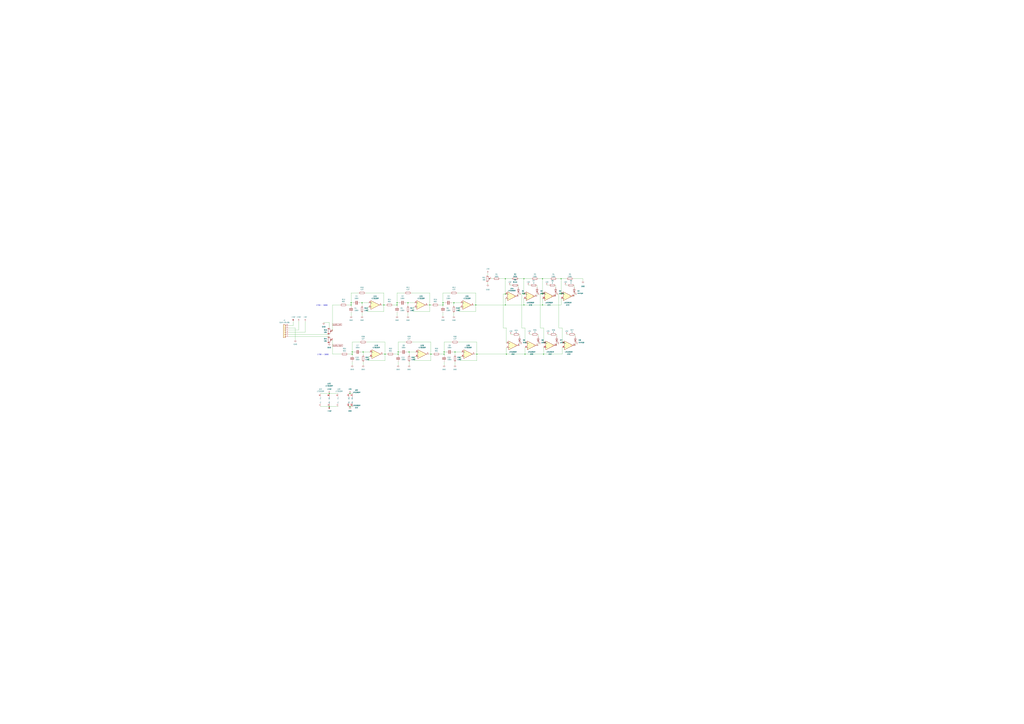
<source format=kicad_sch>
(kicad_sch (version 20211123) (generator eeschema)
  (paper "A0")
  (lib_symbols
    (symbol "Amplifier_Operational:LM358" (pin_names (offset 0.127))
      (property "Reference" "U" (at 0 5.08 0))
      (property "Value" "LM358" (at 0 -5.08 0))
      (symbol "LM358_1_1"
        (polyline (pts (xy -5.08 5.08) (xy 5.08 0) (xy -5.08 -5.08) (xy -5.08 5.08)) (stroke (width 0.254)) (fill (type background)))
        (pin output line (at 7.62 0 180) (length 2.54) (name "~") (number "1"))
        (pin input line (at -7.62 -2.54 0) (length 2.54) (name "-") (number "2"))
        (pin input line (at -7.62 2.54 0) (length 2.54) (name "+") (number "3"))
      )
      (symbol "LM358_2_1"
        (polyline (pts (xy -5.08 5.08) (xy 5.08 0) (xy -5.08 -5.08) (xy -5.08 5.08)) (stroke (width 0.254)) (fill (type background)))
        (pin input line (at -7.62 2.54 0) (length 2.54) (name "+") (number "5"))
        (pin input line (at -7.62 -2.54 0) (length 2.54) (name "-") (number "6"))
        (pin output line (at 7.62 0 180) (length 2.54) (name "~") (number "7"))
      )
      (symbol "LM358_3_1"
        (pin power_in line (at -2.54 -7.62 90) (length 3.81) (name "V-") (number "4"))
        (pin power_in line (at -2.54 7.62 270) (length 3.81) (name "V+") (number "8"))
      )
    )
    (symbol "Comparator:LM339" (pin_names (offset 0.127))
      (property "Reference" "U" (at 0 5.08 0))
      (property "Value" "LM339" (at 0 -5.08 0))
      (symbol "LM339_1_1"
        (polyline (pts (xy -5.08 5.08) (xy 5.08 0) (xy -5.08 -5.08) (xy -5.08 5.08)) (stroke (width 0.254)) (fill (type background)))
        (polyline (pts (xy 3.302 -0.508) (xy 2.794 -0.508) (xy 3.302 0) (xy 2.794 0.508) (xy 2.286 0) (xy 2.794 -0.508) (xy 2.286 -0.508)) (stroke (width 0.127)))
        (pin open_collector line (at 7.62 0 180) (length 2.54) (name "~") (number "2"))
        (pin input line (at -7.62 -2.54 0) (length 2.54) (name "-") (number "4"))
        (pin input line (at -7.62 2.54 0) (length 2.54) (name "+") (number "5"))
      )
      (symbol "LM339_2_1"
        (polyline (pts (xy -5.08 5.08) (xy 5.08 0) (xy -5.08 -5.08) (xy -5.08 5.08)) (stroke (width 0.254)) (fill (type background)))
        (polyline (pts (xy 3.302 -0.508) (xy 2.794 -0.508) (xy 3.302 0) (xy 2.794 0.508) (xy 2.286 0) (xy 2.794 -0.508) (xy 2.286 -0.508)) (stroke (width 0.127)))
        (pin open_collector line (at 7.62 0 180) (length 2.54) (name "~") (number "1"))
        (pin input line (at -7.62 -2.54 0) (length 2.54) (name "-") (number "6"))
        (pin input line (at -7.62 2.54 0) (length 2.54) (name "+") (number "7"))
      )
      (symbol "LM339_3_1"
        (polyline (pts (xy -5.08 5.08) (xy 5.08 0) (xy -5.08 -5.08) (xy -5.08 5.08)) (stroke (width 0.254)) (fill (type background)))
        (polyline (pts (xy 3.302 -0.508) (xy 2.794 -0.508) (xy 3.302 0) (xy 2.794 0.508) (xy 2.286 0) (xy 2.794 -0.508) (xy 2.286 -0.508)) (stroke (width 0.127)))
        (pin input line (at -7.62 -2.54 0) (length 2.54) (name "-") (number "10"))
        (pin input line (at -7.62 2.54 0) (length 2.54) (name "+") (number "11"))
        (pin open_collector line (at 7.62 0 180) (length 2.54) (name "~") (number "13"))
      )
      (symbol "LM339_4_1"
        (polyline (pts (xy -5.08 5.08) (xy 5.08 0) (xy -5.08 -5.08) (xy -5.08 5.08)) (stroke (width 0.254)) (fill (type background)))
        (polyline (pts (xy 3.302 -0.508) (xy 2.794 -0.508) (xy 3.302 0) (xy 2.794 0.508) (xy 2.286 0) (xy 2.794 -0.508) (xy 2.286 -0.508)) (stroke (width 0.127)))
        (pin open_collector line (at 7.62 0 180) (length 2.54) (name "~") (number "14"))
        (pin input line (at -7.62 -2.54 0) (length 2.54) (name "-") (number "8"))
        (pin input line (at -7.62 2.54 0) (length 2.54) (name "+") (number "9"))
      )
      (symbol "LM339_5_1"
        (pin power_in line (at -2.54 -7.62 90) (length 3.81) (name "V-") (number "12"))
        (pin power_in line (at -2.54 7.62 270) (length 3.81) (name "V+") (number "3"))
      )
    )
    (symbol "Connector_Generic:Conn_01x06" (pin_names (offset 1.016) hide)
      (property "Reference" "J" (at 0 7.62 0))
      (property "Value" "Conn_01x06" (at 0 -10.16 0))
      (symbol "Conn_01x06_1_1"
        (rectangle (start -1.27 -7.493) (end 0 -7.747) (stroke (width 0.1524)))
        (rectangle (start -1.27 -4.953) (end 0 -5.207) (stroke (width 0.1524)))
        (rectangle (start -1.27 -2.413) (end 0 -2.667) (stroke (width 0.1524)))
        (rectangle (start -1.27 0.127) (end 0 -0.127) (stroke (width 0.1524)))
        (rectangle (start -1.27 2.667) (end 0 2.413) (stroke (width 0.1524)))
        (rectangle (start -1.27 5.207) (end 0 4.953) (stroke (width 0.1524)))
        (rectangle (start -1.27 6.35) (end 1.27 -8.89) (stroke (width 0.254)) (fill (type background)))
        (pin passive line (at -5.08 5.08 0) (length 3.81) (name "Pin_1") (number "1"))
        (pin passive line (at -5.08 2.54 0) (length 3.81) (name "Pin_2") (number "2"))
        (pin passive line (at -5.08 0 0) (length 3.81) (name "Pin_3") (number "3"))
        (pin passive line (at -5.08 -2.54 0) (length 3.81) (name "Pin_4") (number "4"))
        (pin passive line (at -5.08 -5.08 0) (length 3.81) (name "Pin_5") (number "5"))
        (pin passive line (at -5.08 -7.62 0) (length 3.81) (name "Pin_6") (number "6"))
      )
    )
    (symbol "Device:C" (pin_numbers hide) (pin_names (offset 0.254))
      (property "Reference" "C" (at 0.635 2.54 0))
      (property "Value" "C" (at 0.635 -2.54 0))
      (symbol "C_0_1"
        (polyline (pts (xy -2.032 -0.762) (xy 2.032 -0.762)) (stroke (width 0.508)))
        (polyline (pts (xy -2.032 0.762) (xy 2.032 0.762)) (stroke (width 0.508)))
      )
      (symbol "C_1_1"
        (pin passive line (at 0 3.81 270) (length 2.794) (name "~") (number "1"))
        (pin passive line (at 0 -3.81 90) (length 2.794) (name "~") (number "2"))
      )
    )
    (symbol "Device:LED" (pin_numbers hide) (pin_names (offset 1.016) hide)
      (property "Reference" "D" (at 0 2.54 0))
      (property "Value" "LED" (at 0 -2.54 0))
      (symbol "LED_0_1"
        (polyline (pts (xy -1.27 -1.27) (xy -1.27 1.27)) (stroke (width 0.254)))
        (polyline (pts (xy -1.27 0) (xy 1.27 0)))
        (polyline (pts (xy 1.27 -1.27) (xy 1.27 1.27) (xy -1.27 0) (xy 1.27 -1.27)) (stroke (width 0.254)))
        (polyline (pts (xy -3.048 -0.762) (xy -4.572 -2.286) (xy -3.81 -2.286) (xy -4.572 -2.286) (xy -4.572 -1.524)))
        (polyline (pts (xy -1.778 -0.762) (xy -3.302 -2.286) (xy -2.54 -2.286) (xy -3.302 -2.286) (xy -3.302 -1.524)))
      )
      (symbol "LED_1_1"
        (pin passive line (at -3.81 0 0) (length 2.54) (name "K") (number "1"))
        (pin passive line (at 3.81 0 180) (length 2.54) (name "A") (number "2"))
      )
    )
    (symbol "Device:R" (pin_numbers hide) (pin_names (offset 0))
      (property "Reference" "R" (at 2.032 0 90))
      (property "Value" "R" (at 0 0 90))
      (symbol "R_0_1"
        (rectangle (start -1.016 -2.54) (end 1.016 2.54) (stroke (width 0.254)))
      )
      (symbol "R_1_1"
        (pin passive line (at 0 3.81 270) (length 1.27) (name "~") (number "1"))
        (pin passive line (at 0 -3.81 90) (length 1.27) (name "~") (number "2"))
      )
    )
    (symbol "Device:R_Potentiometer" (pin_names (offset 1.016) hide)
      (property "Reference" "RV" (at -4.445 0 90))
      (property "Value" "R_Potentiometer" (at -2.54 0 90))
      (symbol "R_Potentiometer_0_1"
        (polyline (pts (xy 2.54 0) (xy 1.524 0)))
        (polyline (pts (xy 1.143 0) (xy 2.286 0.508) (xy 2.286 -0.508) (xy 1.143 0)) (fill (type outline)))
        (rectangle (start 1.016 2.54) (end -1.016 -2.54) (stroke (width 0.254)))
      )
      (symbol "R_Potentiometer_1_1"
        (pin passive line (at 0 3.81 270) (length 1.27) (name "1") (number "1"))
        (pin passive line (at 3.81 0 180) (length 1.27) (name "2") (number "2"))
        (pin passive line (at 0 -3.81 90) (length 1.27) (name "3") (number "3"))
      )
    )
    (symbol "power:+15V" (power) (pin_names (offset 0))
      (property "Value" "+15V" (at 0 3.556 0))
      (symbol "+15V_0_1"
        (polyline (pts (xy -0.762 1.27) (xy 0 2.54)))
        (polyline (pts (xy 0 0) (xy 0 2.54)))
        (polyline (pts (xy 0 2.54) (xy 0.762 1.27)))
      )
      (symbol "+15V_1_1"
        (pin power_in line (at 0 0 90) (length 0) hide (name "+15V") (number "1"))
      )
    )
    (symbol "power:+5V" (power) (pin_names (offset 0))
      (property "Value" "+5V" (at 0 3.556 0))
      (symbol "+5V_0_1"
        (polyline (pts (xy -0.762 1.27) (xy 0 2.54)))
        (polyline (pts (xy 0 0) (xy 0 2.54)))
        (polyline (pts (xy 0 2.54) (xy 0.762 1.27)))
      )
      (symbol "+5V_1_1"
        (pin power_in line (at 0 0 90) (length 0) hide (name "+5V") (number "1"))
      )
    )
    (symbol "power:-15V" (power) (pin_names (offset 0))
      (property "Value" "-15V" (at 0 3.81 0))
      (symbol "-15V_0_0"
        (pin power_in line (at 0 0 90) (length 0) hide (name "-15V") (number "1"))
      )
      (symbol "-15V_0_1"
        (polyline (pts (xy 0 0) (xy 0 1.27) (xy 0.762 1.27) (xy 0 2.54) (xy -0.762 1.27) (xy 0 1.27)) (fill (type outline)))
      )
    )
    (symbol "power:GND" (power) (pin_names (offset 0))
      (property "Value" "GND" (at 0 -3.81 0))
      (symbol "GND_0_1"
        (polyline (pts (xy 0 0) (xy 0 -1.27) (xy 1.27 -1.27) (xy 0 -2.54) (xy -1.27 -1.27) (xy 0 -1.27)))
      )
      (symbol "GND_1_1"
        (pin power_in line (at 0 0 270) (length 0) hide (name "GND") (number "1"))
      )
    )
  )
  (junction (at 514.35 351.79))
  (junction (at 407.67 354.33))
  (junction (at 462.28 408.94))
  (junction (at 629.92 323.85))
  (junction (at 461.01 351.79))
  (junction (at 527.05 351.79))
  (junction (at 608.33 323.85))
  (junction (at 445.77 354.33))
  (junction (at 499.11 354.33))
  (junction (at 552.45 354.33))
  (junction (at 608.33 341.63))
  (junction (at 474.98 408.94))
  (junction (at 515.62 408.94))
  (junction (at 629.92 341.63))
  (junction (at 406.4 472.44))
  (junction (at 629.92 354.33))
  (junction (at 406.4 457.2))
  (junction (at 588.01 411.48))
  (junction (at 382.27 472.44))
  (junction (at 631.19 411.48))
  (junction (at 528.32 408.94))
  (junction (at 447.04 411.48))
  (junction (at 461.01 354.33))
  (junction (at 462.28 411.48))
  (junction (at 609.6 411.48))
  (junction (at 586.74 354.33))
  (junction (at 500.38 411.48))
  (junction (at 382.27 457.2))
  (junction (at 408.94 411.48))
  (junction (at 408.94 408.94))
  (junction (at 608.33 354.33))
  (junction (at 651.51 341.63))
  (junction (at 515.62 411.48))
  (junction (at 407.67 351.79))
  (junction (at 586.74 341.63))
  (junction (at 586.74 323.85))
  (junction (at 420.37 351.79))
  (junction (at 651.51 323.85))
  (junction (at 514.35 354.33))
  (junction (at 553.72 411.48))
  (junction (at 473.71 351.79))
  (junction (at 421.64 408.94))
  (wire (pts (xy 462.28 408.94) (xy 462.28 411.48)))
  (wire (pts (xy 461.01 351.79) (xy 461.01 340.36)))
  (wire (pts (xy 407.67 363.22) (xy 407.67 367.03)))
  (wire (pts (xy 474.98 408.94) (xy 474.98 412.75)))
  (wire (pts (xy 534.67 419.1) (xy 553.72 419.1)))
  (wire (pts (xy 500.38 411.48) (xy 502.92 411.48)))
  (wire (pts (xy 651.51 323.85) (xy 657.86 323.85)))
  (wire (pts (xy 340.36 373.38) (xy 340.36 378.46)))
  (wire (pts (xy 530.86 340.36) (xy 552.45 340.36)))
  (wire (pts (xy 631.19 411.48) (xy 631.19 403.86)))
  (wire (pts (xy 481.33 414.02) (xy 481.33 419.1)))
  (wire (pts (xy 586.74 323.85) (xy 586.74 341.63)))
  (wire (pts (xy 631.19 411.48) (xy 652.78 411.48)))
  (wire (pts (xy 551.18 411.48) (xy 553.72 411.48)))
  (wire (pts (xy 462.28 411.48) (xy 462.28 412.75)))
  (wire (pts (xy 408.94 411.48) (xy 408.94 412.75)))
  (wire (pts (xy 627.38 341.63) (xy 627.38 381)))
  (wire (pts (xy 601.98 331.47) (xy 601.98 334.01)))
  (wire (pts (xy 474.98 420.37) (xy 474.98 424.18)))
  (wire (pts (xy 515.62 408.94) (xy 518.16 408.94)))
  (wire (pts (xy 444.5 411.48) (xy 447.04 411.48)))
  (wire (pts (xy 499.11 354.33) (xy 499.11 361.95)))
  (wire (pts (xy 386.08 354.33) (xy 394.97 354.33)))
  (wire (pts (xy 335.28 383.54) (xy 346.71 383.54)))
  (wire (pts (xy 668.02 388.62) (xy 668.02 391.16)))
  (wire (pts (xy 473.71 351.79) (xy 473.71 355.6)))
  (wire (pts (xy 515.62 397.51) (xy 524.51 397.51)))
  (wire (pts (xy 627.38 381) (xy 631.19 381)))
  (wire (pts (xy 386.08 394.97) (xy 386.08 411.48)))
  (wire (pts (xy 608.33 323.85) (xy 608.33 341.63)))
  (wire (pts (xy 635 331.47) (xy 637.54 331.47)))
  (wire (pts (xy 424.18 340.36) (xy 445.77 340.36)))
  (wire (pts (xy 527.05 363.22) (xy 527.05 367.03)))
  (wire (pts (xy 586.74 354.33) (xy 608.33 354.33)))
  (wire (pts (xy 588.01 381) (xy 588.01 398.78)))
  (wire (pts (xy 514.35 351.79) (xy 514.35 354.33)))
  (wire (pts (xy 624.84 388.62) (xy 624.84 391.16)))
  (wire (pts (xy 601.98 323.85) (xy 608.33 323.85)))
  (wire (pts (xy 461.01 351.79) (xy 463.55 351.79)))
  (wire (pts (xy 552.45 354.33) (xy 586.74 354.33)))
  (wire (pts (xy 528.32 408.94) (xy 535.94 408.94)))
  (wire (pts (xy 472.44 408.94) (xy 474.98 408.94)))
  (wire (pts (xy 584.2 381) (xy 588.01 381)))
  (wire (pts (xy 666.75 331.47) (xy 666.75 334.01)))
  (wire (pts (xy 481.33 419.1) (xy 500.38 419.1)))
  (wire (pts (xy 629.92 323.85) (xy 629.92 341.63)))
  (wire (pts (xy 417.83 351.79) (xy 420.37 351.79)))
  (wire (pts (xy 354.33 373.38) (xy 354.33 386.08)))
  (wire (pts (xy 570.23 323.85) (xy 572.77 323.85)))
  (wire (pts (xy 461.01 351.79) (xy 461.01 354.33)))
  (wire (pts (xy 335.28 386.08) (xy 354.33 386.08)))
  (wire (pts (xy 427.99 419.1) (xy 447.04 419.1)))
  (wire (pts (xy 676.91 323.85) (xy 676.91 326.39)))
  (wire (pts (xy 455.93 354.33) (xy 461.01 354.33)))
  (wire (pts (xy 427.99 356.87) (xy 426.72 356.87)))
  (wire (pts (xy 382.27 457.2) (xy 392.43 457.2)))
  (wire (pts (xy 408.94 420.37) (xy 408.94 424.18)))
  (wire (pts (xy 335.28 378.46) (xy 340.36 378.46)))
  (wire (pts (xy 474.98 408.94) (xy 482.6 408.94)))
  (wire (pts (xy 499.11 340.36) (xy 499.11 354.33)))
  (wire (pts (xy 645.16 341.63) (xy 645.16 344.17)))
  (wire (pts (xy 386.08 411.48) (xy 396.24 411.48)))
  (wire (pts (xy 651.51 323.85) (xy 651.51 341.63)))
  (wire (pts (xy 406.4 457.2) (xy 408.94 457.2)))
  (wire (pts (xy 591.82 331.47) (xy 594.36 331.47)))
  (wire (pts (xy 420.37 351.79) (xy 427.99 351.79)))
  (wire (pts (xy 657.86 388.62) (xy 660.4 388.62)))
  (wire (pts (xy 665.48 323.85) (xy 676.91 323.85)))
  (wire (pts (xy 631.19 381) (xy 631.19 398.78)))
  (wire (pts (xy 552.45 354.33) (xy 552.45 361.95)))
  (wire (pts (xy 533.4 356.87) (xy 533.4 361.95)))
  (wire (pts (xy 447.04 397.51) (xy 447.04 411.48)))
  (wire (pts (xy 552.45 340.36) (xy 552.45 354.33)))
  (wire (pts (xy 372.11 472.44) (xy 382.27 472.44)))
  (wire (pts (xy 515.62 411.48) (xy 515.62 412.75)))
  (wire (pts (xy 445.77 354.33) (xy 448.31 354.33)))
  (wire (pts (xy 408.94 397.51) (xy 417.83 397.51)))
  (wire (pts (xy 478.79 397.51) (xy 500.38 397.51)))
  (wire (pts (xy 408.94 408.94) (xy 408.94 397.51)))
  (wire (pts (xy 524.51 351.79) (xy 527.05 351.79)))
  (wire (pts (xy 608.33 354.33) (xy 608.33 346.71)))
  (wire (pts (xy 462.28 408.94) (xy 462.28 397.51)))
  (wire (pts (xy 405.13 457.2) (xy 406.4 457.2)))
  (wire (pts (xy 580.39 323.85) (xy 586.74 323.85)))
  (wire (pts (xy 566.42 317.5) (xy 566.42 320.04)))
  (wire (pts (xy 461.01 340.36) (xy 469.9 340.36)))
  (wire (pts (xy 533.4 361.95) (xy 552.45 361.95)))
  (wire (pts (xy 636.27 388.62) (xy 638.81 388.62)))
  (wire (pts (xy 419.1 408.94) (xy 421.64 408.94)))
  (wire (pts (xy 532.13 397.51) (xy 553.72 397.51)))
  (wire (pts (xy 499.11 354.33) (xy 501.65 354.33)))
  (wire (pts (xy 335.28 391.16) (xy 382.27 391.16)))
  (wire (pts (xy 528.32 408.94) (xy 528.32 412.75)))
  (wire (pts (xy 614.68 388.62) (xy 617.22 388.62)))
  (wire (pts (xy 420.37 363.22) (xy 420.37 367.03)))
  (wire (pts (xy 646.43 398.78) (xy 646.43 401.32)))
  (wire (pts (xy 588.01 411.48) (xy 588.01 403.86)))
  (wire (pts (xy 586.74 354.33) (xy 586.74 346.71)))
  (wire (pts (xy 482.6 414.02) (xy 481.33 414.02)))
  (wire (pts (xy 481.33 356.87) (xy 480.06 356.87)))
  (wire (pts (xy 500.38 411.48) (xy 500.38 419.1)))
  (wire (pts (xy 429.26 414.02) (xy 427.99 414.02)))
  (wire (pts (xy 651.51 354.33) (xy 651.51 346.71)))
  (wire (pts (xy 462.28 397.51) (xy 471.17 397.51)))
  (wire (pts (xy 426.72 356.87) (xy 426.72 361.95)))
  (wire (pts (xy 471.17 351.79) (xy 473.71 351.79)))
  (wire (pts (xy 609.6 381) (xy 609.6 398.78)))
  (wire (pts (xy 609.6 411.48) (xy 609.6 403.86)))
  (wire (pts (xy 421.64 420.37) (xy 421.64 424.18)))
  (wire (pts (xy 515.62 420.37) (xy 515.62 424.18)))
  (wire (pts (xy 629.92 354.33) (xy 629.92 346.71)))
  (wire (pts (xy 605.79 341.63) (xy 605.79 381)))
  (wire (pts (xy 534.67 356.87) (xy 533.4 356.87)))
  (wire (pts (xy 588.01 411.48) (xy 609.6 411.48)))
  (wire (pts (xy 425.45 397.51) (xy 447.04 397.51)))
  (wire (pts (xy 342.9 381) (xy 342.9 394.97)))
  (wire (pts (xy 375.92 374.65) (xy 382.27 374.65)))
  (wire (pts (xy 514.35 340.36) (xy 523.24 340.36)))
  (wire (pts (xy 443.23 354.33) (xy 445.77 354.33)))
  (wire (pts (xy 480.06 361.95) (xy 499.11 361.95)))
  (wire (pts (xy 586.74 323.85) (xy 594.36 323.85)))
  (wire (pts (xy 407.67 351.79) (xy 410.21 351.79)))
  (wire (pts (xy 608.33 323.85) (xy 617.22 323.85)))
  (wire (pts (xy 527.05 351.79) (xy 527.05 355.6)))
  (wire (pts (xy 534.67 414.02) (xy 534.67 419.1)))
  (wire (pts (xy 457.2 411.48) (xy 462.28 411.48)))
  (wire (pts (xy 646.43 388.62) (xy 646.43 391.16)))
  (wire (pts (xy 528.32 420.37) (xy 528.32 424.18)))
  (wire (pts (xy 629.92 341.63) (xy 627.38 341.63)))
  (wire (pts (xy 648.97 381) (xy 652.78 381)))
  (wire (pts (xy 408.94 408.94) (xy 408.94 411.48)))
  (wire (pts (xy 549.91 354.33) (xy 552.45 354.33)))
  (wire (pts (xy 500.38 397.51) (xy 500.38 411.48)))
  (wire (pts (xy 608.33 354.33) (xy 629.92 354.33)))
  (wire (pts (xy 372.11 457.2) (xy 382.27 457.2)))
  (wire (pts (xy 346.71 373.38) (xy 346.71 383.54)))
  (wire (pts (xy 605.79 381) (xy 609.6 381)))
  (wire (pts (xy 527.05 351.79) (xy 534.67 351.79)))
  (wire (pts (xy 668.02 398.78) (xy 668.02 401.32)))
  (wire (pts (xy 407.67 354.33) (xy 407.67 355.6)))
  (wire (pts (xy 447.04 411.48) (xy 447.04 419.1)))
  (wire (pts (xy 629.92 323.85) (xy 638.81 323.85)))
  (wire (pts (xy 646.43 323.85) (xy 651.51 323.85)))
  (wire (pts (xy 514.35 363.22) (xy 514.35 367.03)))
  (wire (pts (xy 462.28 420.37) (xy 462.28 424.18)))
  (wire (pts (xy 624.84 398.78) (xy 624.84 401.32)))
  (wire (pts (xy 666.75 341.63) (xy 666.75 344.17)))
  (wire (pts (xy 510.54 411.48) (xy 515.62 411.48)))
  (wire (pts (xy 402.59 354.33) (xy 407.67 354.33)))
  (wire (pts (xy 405.13 472.44) (xy 406.4 472.44)))
  (wire (pts (xy 553.72 411.48) (xy 588.01 411.48)))
  (wire (pts (xy 445.77 354.33) (xy 445.77 361.95)))
  (wire (pts (xy 515.62 408.94) (xy 515.62 411.48)))
  (wire (pts (xy 603.25 398.78) (xy 603.25 401.32)))
  (wire (pts (xy 645.16 331.47) (xy 645.16 334.01)))
  (wire (pts (xy 601.98 341.63) (xy 601.98 344.17)))
  (wire (pts (xy 496.57 354.33) (xy 499.11 354.33)))
  (wire (pts (xy 553.72 397.51) (xy 553.72 411.48)))
  (wire (pts (xy 652.78 411.48) (xy 652.78 403.86)))
  (wire (pts (xy 613.41 331.47) (xy 615.95 331.47)))
  (wire (pts (xy 608.33 341.63) (xy 605.79 341.63)))
  (wire (pts (xy 406.4 472.44) (xy 408.94 472.44)))
  (wire (pts (xy 480.06 356.87) (xy 480.06 361.95)))
  (wire (pts (xy 553.72 411.48) (xy 553.72 419.1)))
  (wire (pts (xy 586.74 341.63) (xy 584.2 341.63)))
  (wire (pts (xy 648.97 341.63) (xy 648.97 381)))
  (wire (pts (xy 652.78 381) (xy 652.78 398.78)))
  (wire (pts (xy 403.86 411.48) (xy 408.94 411.48)))
  (wire (pts (xy 514.35 351.79) (xy 516.89 351.79)))
  (wire (pts (xy 335.28 388.62) (xy 382.27 388.62)))
  (wire (pts (xy 407.67 351.79) (xy 407.67 354.33)))
  (wire (pts (xy 473.71 363.22) (xy 473.71 367.03)))
  (wire (pts (xy 525.78 408.94) (xy 528.32 408.94)))
  (wire (pts (xy 515.62 408.94) (xy 515.62 397.51)))
  (wire (pts (xy 426.72 361.95) (xy 445.77 361.95)))
  (wire (pts (xy 584.2 341.63) (xy 584.2 381)))
  (wire (pts (xy 408.94 408.94) (xy 411.48 408.94)))
  (wire (pts (xy 407.67 351.79) (xy 407.67 340.36)))
  (wire (pts (xy 514.35 351.79) (xy 514.35 340.36)))
  (wire (pts (xy 386.08 384.81) (xy 386.08 354.33)))
  (wire (pts (xy 477.52 340.36) (xy 499.11 340.36)))
  (wire (pts (xy 514.35 354.33) (xy 514.35 355.6)))
  (wire (pts (xy 535.94 414.02) (xy 534.67 414.02)))
  (wire (pts (xy 609.6 411.48) (xy 631.19 411.48)))
  (wire (pts (xy 382.27 472.44) (xy 392.43 472.44)))
  (wire (pts (xy 651.51 341.63) (xy 648.97 341.63)))
  (wire (pts (xy 593.09 388.62) (xy 595.63 388.62)))
  (wire (pts (xy 447.04 411.48) (xy 449.58 411.48)))
  (wire (pts (xy 427.99 414.02) (xy 427.99 419.1)))
  (wire (pts (xy 421.64 408.94) (xy 421.64 412.75)))
  (wire (pts (xy 656.59 331.47) (xy 659.13 331.47)))
  (wire (pts (xy 629.92 354.33) (xy 651.51 354.33)))
  (wire (pts (xy 473.71 351.79) (xy 481.33 351.79)))
  (wire (pts (xy 420.37 351.79) (xy 420.37 355.6)))
  (wire (pts (xy 623.57 341.63) (xy 623.57 344.17)))
  (wire (pts (xy 603.25 388.62) (xy 603.25 391.16)))
  (wire (pts (xy 335.28 381) (xy 342.9 381)))
  (wire (pts (xy 421.64 408.94) (xy 429.26 408.94)))
  (wire (pts (xy 382.27 374.65) (xy 382.27 381)))
  (wire (pts (xy 445.77 340.36) (xy 445.77 354.33)))
  (wire (pts (xy 461.01 354.33) (xy 461.01 355.6)))
  (wire (pts (xy 462.28 408.94) (xy 464.82 408.94)))
  (wire (pts (xy 566.42 327.66) (xy 566.42 330.2)))
  (wire (pts (xy 624.84 323.85) (xy 629.92 323.85)))
  (wire (pts (xy 407.67 340.36) (xy 416.56 340.36)))
  (wire (pts (xy 497.84 411.48) (xy 500.38 411.48)))
  (wire (pts (xy 509.27 354.33) (xy 514.35 354.33)))
  (wire (pts (xy 461.01 363.22) (xy 461.01 367.03)))
  (wire (pts (xy 623.57 331.47) (xy 623.57 334.01)))
  (text "1700 - 5000" (at 367.03 355.6 0) (effects (font (size 1.27 1.27)) (justify left bottom)))
  (text "1700 - 5000" (at 368.3 412.75 0) (effects (font (size 1.27 1.27)) (justify left bottom)))
  (global_label "audio_right" (shape passive) (at 386.08 401.32 0) (property "Intersheet References" "${INTERSHEET_REFS}" (effects hide)))
  (global_label "audio_left" (shape passive) (at 386.08 377.19 0) (property "Intersheet References" "${INTERSHEET_REFS}" (effects hide)))
  (symbol (lib_id "Device:C") (at 415.29 408.94 90) (unit 1)
    (property "Reference" "C7" (at 415.29 401.32 90))
    (property "Value" "100n" (at 415.29 403.86 90))
    (property "Footprint" "Capacitor_SMD:C_1206_3216Metric" (effects hide))
  )
  (symbol (lib_id "power:+5V") (at 354.33 373.38 0) (unit 1)
    (property "Reference" "#PWR016" (effects hide))
    (property "Value" "+5V" (at 354.33 368.3 0))
  )
  (symbol (lib_id "Device:C") (at 514.35 359.41 0) (unit 1)
    (property "Reference" "C6" (at 518.16 358.1399 0) (effects (justify left)))
    (property "Value" "100n" (at 518.16 360.6799 0) (effects (justify left)))
    (property "Footprint" "Capacitor_SMD:C_1206_3216Metric" (effects hide))
  )
  (symbol (lib_id "Device:R") (at 506.73 411.48 90) (unit 1)
    (property "Reference" "R33" (at 506.73 405.13 90))
    (property "Value" "931" (at 506.73 407.67 90))
    (property "Footprint" "Resistor_SMD:R_1206_3216Metric" (effects hide))
  )
  (symbol (lib_id "Device:R") (at 473.71 359.41 0) (unit 1)
    (property "Reference" "R17" (at 476.25 358.1399 0) (effects (justify left)))
    (property "Value" "1k87" (at 476.25 360.6799 0) (effects (justify left)))
    (property "Footprint" "Resistor_SMD:R_1206_3216Metric" (effects hide))
  )
  (symbol (lib_id "Device:R") (at 421.64 397.51 90) (unit 1)
    (property "Reference" "R28" (at 421.64 391.16 90))
    (property "Value" "137" (at 421.64 393.7 90))
    (property "Footprint" "Resistor_SMD:R_1206_3216Metric" (effects hide))
  )
  (symbol (lib_id "Device:C") (at 407.67 359.41 0) (unit 1)
    (property "Reference" "C4" (at 411.48 358.1399 0) (effects (justify left)))
    (property "Value" "100n" (at 411.48 360.6799 0) (effects (justify left)))
    (property "Footprint" "Capacitor_SMD:C_1206_3216Metric" (effects hide))
  )
  (symbol (lib_id "Device:C") (at 408.94 416.56 0) (unit 1)
    (property "Reference" "C10" (at 412.75 415.2899 0) (effects (justify left)))
    (property "Value" "100n" (at 412.75 417.8299 0) (effects (justify left)))
    (property "Footprint" "Capacitor_SMD:C_1206_3216Metric" (effects hide))
  )
  (symbol (lib_id "Amplifier_Operational:LM358") (at 490.22 411.48 0) (unit 2)
    (property "Reference" "U2" (at 490.22 401.32 0))
    (property "Value" "LF353DR" (at 490.22 403.86 0))
    (property "Footprint" "Package_SO:SOIC-8_3.9x4.9mm_P1.27mm" (effects hide))
    (property "Datasheet" "http://www.ti.com/lit/ds/symlink/lm2904-n.pdf" (effects hide))
  )
  (symbol (lib_id "power:GND") (at 407.67 367.03 0) (unit 1)
    (property "Reference" "#PWR08" (effects hide))
    (property "Value" "GND" (at 407.67 372.11 0))
  )
  (symbol (lib_id "Device:R") (at 619.76 331.47 270) (unit 1)
    (property "Reference" "R7" (at 619.76 326.39 90))
    (property "Value" "R" (at 619.76 328.93 90))
    (property "Footprint" "Resistor_SMD:R_1206_3216Metric" (effects hide))
  )
  (symbol (lib_id "Amplifier_Operational:LM358") (at 394.97 464.82 0) (unit 3)
    (property "Reference" "U3" (at 393.7 452.12 0))
    (property "Value" "LF353DR" (at 393.7 454.66 0))
    (property "Footprint" "Package_SO:SOIC-8_3.9x4.9mm_P1.27mm" (effects hide))
    (property "Datasheet" "http://www.ti.com/lit/ds/symlink/lm2904-n.pdf" (effects hide))
  )
  (symbol (lib_id "Device:R") (at 528.32 397.51 90) (unit 1)
    (property "Reference" "R30" (at 528.32 391.16 90))
    (property "Value" "137" (at 528.32 393.7 90))
    (property "Footprint" "Resistor_SMD:R_1206_3216Metric" (effects hide))
  )
  (symbol (lib_id "power:+5V") (at 657.86 388.62 0) (unit 1)
    (property "Reference" "#PWR023" (effects hide))
    (property "Value" "+5V" (at 657.86 384.81 0))
  )
  (symbol (lib_id "Device:R") (at 505.46 354.33 90) (unit 1)
    (property "Reference" "R15" (at 505.46 347.98 90))
    (property "Value" "931" (at 505.46 350.52 90))
    (property "Footprint" "Resistor_SMD:R_1206_3216Metric" (effects hide))
  )
  (symbol (lib_id "power:+15V") (at 382.27 457.2 0) (unit 1)
    (property "Reference" "#PWR031" (effects hide))
    (property "Value" "+15V" (at 382.27 452.12 0))
  )
  (symbol (lib_id "Device:LED") (at 623.57 337.82 90) (unit 1)
    (property "Reference" "D2" (at 627.38 338.1374 90) (effects (justify right)))
    (property "Value" "green" (at 627.38 340.6774 90) (effects (justify right)))
    (property "Footprint" "Resistor_SMD:R_1206_3216Metric" (effects hide))
  )
  (symbol (lib_id "Device:R") (at 621.03 388.62 270) (unit 1)
    (property "Reference" "R25" (at 621.03 383.54 90))
    (property "Value" "R" (at 621.03 386.08 90))
    (property "Footprint" "Resistor_SMD:R_1206_3216Metric" (effects hide))
  )
  (symbol (lib_id "Device:R") (at 621.03 323.85 90) (unit 1)
    (property "Reference" "R3" (at 621.03 318.77 90))
    (property "Value" "100k" (at 621.03 321.31 90))
    (property "Footprint" "Resistor_SMD:R_1206_3216Metric" (effects hide))
  )
  (symbol (lib_id "Device:R") (at 664.21 388.62 270) (unit 1)
    (property "Reference" "R27" (at 664.21 383.54 90))
    (property "Value" "R" (at 664.21 386.08 90))
    (property "Footprint" "Resistor_SMD:R_1206_3216Metric" (effects hide))
  )
  (symbol (lib_id "Comparator:LM339") (at 615.95 344.17 0) (unit 2)
    (property "Reference" "U4" (at 615.95 354.33 0))
    (property "Value" "LM339DR" (at 615.95 351.79 0))
    (property "Footprint" "Package_SO:SO-14_3.9x8.65mm_P1.27mm" (effects hide))
    (property "Datasheet" "https://www.st.com/resource/en/datasheet/lm139.pdf" (effects hide))
    (property "DPN" "296-1013-1-ND" (effects hide))
  )
  (symbol (lib_id "Comparator:LM339") (at 407.67 464.82 0) (unit 5)
    (property "Reference" "U4" (at 414.02 473.71 0))
    (property "Value" "LM339DR" (at 414.02 471.17 0))
    (property "Footprint" "Package_SO:SO-14_3.9x8.65mm_P1.27mm" (effects hide))
    (property "Datasheet" "https://www.st.com/resource/en/datasheet/lm139.pdf" (effects hide))
    (property "DPN" "296-1013-1-ND" (effects hide))
  )
  (symbol (lib_id "Device:R") (at 474.98 416.56 0) (unit 1)
    (property "Reference" "R35" (at 477.52 415.2899 0) (effects (justify left)))
    (property "Value" "1k87" (at 477.52 417.8299 0) (effects (justify left)))
    (property "Footprint" "Resistor_SMD:R_1206_3216Metric" (effects hide))
  )
  (symbol (lib_id "Device:R") (at 662.94 331.47 270) (unit 1)
    (property "Reference" "R9" (at 662.94 326.39 90))
    (property "Value" "R" (at 662.94 328.93 90))
    (property "Footprint" "Resistor_SMD:R_1206_3216Metric" (effects hide))
  )
  (symbol (lib_id "Device:C") (at 520.7 351.79 90) (unit 1)
    (property "Reference" "C3" (at 520.7 344.17 90))
    (property "Value" "100n" (at 520.7 346.71 90))
    (property "Footprint" "Capacitor_SMD:C_1206_3216Metric" (effects hide))
  )
  (symbol (lib_id "power:GND") (at 420.37 367.03 0) (unit 1)
    (property "Reference" "#PWR09" (effects hide))
    (property "Value" "GND" (at 420.37 372.11 0))
  )
  (symbol (lib_id "Device:R") (at 452.12 354.33 90) (unit 1)
    (property "Reference" "R14" (at 452.12 347.98 90))
    (property "Value" "931" (at 452.12 350.52 90))
    (property "Footprint" "Resistor_SMD:R_1206_3216Metric" (effects hide))
  )
  (symbol (lib_id "power:GND") (at 461.01 367.03 0) (unit 1)
    (property "Reference" "#PWR010" (effects hide))
    (property "Value" "GND" (at 461.01 372.11 0))
  )
  (symbol (lib_id "Device:R") (at 598.17 323.85 90) (unit 1)
    (property "Reference" "R2" (at 598.17 318.77 90))
    (property "Value" "100k" (at 598.17 321.31 90))
    (property "Footprint" "Resistor_SMD:R_1206_3216Metric" (effects hide))
  )
  (symbol (lib_id "power:+5V") (at 591.82 331.47 0) (unit 1)
    (property "Reference" "#PWR04" (effects hide))
    (property "Value" "+5V" (at 591.82 327.66 0))
  )
  (symbol (lib_id "Device:LED") (at 668.02 394.97 90) (unit 1)
    (property "Reference" "D8" (at 671.83 395.2874 90) (effects (justify right)))
    (property "Value" "orange" (at 671.83 397.8274 90) (effects (justify right)))
    (property "Footprint" "Resistor_SMD:R_1206_3216Metric" (effects hide))
  )
  (symbol (lib_id "Device:R") (at 420.37 359.41 0) (unit 1)
    (property "Reference" "R16" (at 422.91 358.1399 0) (effects (justify left)))
    (property "Value" "1k87" (at 422.91 360.6799 0) (effects (justify left)))
    (property "Footprint" "Resistor_SMD:R_1206_3216Metric" (effects hide))
  )
  (symbol (lib_id "Amplifier_Operational:LM358") (at 543.56 411.48 0) (unit 2)
    (property "Reference" "U3" (at 543.56 401.32 0))
    (property "Value" "LF353DR" (at 543.56 403.86 0))
    (property "Footprint" "Package_SO:SOIC-8_3.9x4.9mm_P1.27mm" (effects hide))
    (property "Datasheet" "http://www.ti.com/lit/ds/symlink/lm2904-n.pdf" (effects hide))
  )
  (symbol (lib_id "Amplifier_Operational:LM358") (at 542.29 354.33 0) (unit 1)
    (property "Reference" "U3" (at 542.29 344.17 0))
    (property "Value" "LF353DR" (at 542.29 346.71 0))
    (property "Footprint" "Package_SO:SOIC-8_3.9x4.9mm_P1.27mm" (effects hide))
    (property "Datasheet" "http://www.ti.com/lit/ds/symlink/lm2904-n.pdf" (effects hide))
  )
  (symbol (lib_id "power:+5V") (at 656.59 331.47 0) (unit 1)
    (property "Reference" "#PWR07" (effects hide))
    (property "Value" "+5V" (at 656.59 327.66 0))
  )
  (symbol (lib_id "power:GND") (at 462.28 424.18 0) (unit 1)
    (property "Reference" "#PWR027" (effects hide))
    (property "Value" "GND" (at 462.28 429.26 0))
  )
  (symbol (lib_id "power:GND") (at 408.94 424.18 0) (unit 1)
    (property "Reference" "#PWR025" (effects hide))
    (property "Value" "GND" (at 408.94 429.26 0))
  )
  (symbol (lib_id "power:+5V") (at 614.68 388.62 0) (unit 1)
    (property "Reference" "#PWR021" (effects hide))
    (property "Value" "+5V" (at 614.68 384.81 0))
  )
  (symbol (lib_id "Device:LED") (at 601.98 337.82 90) (unit 1)
    (property "Reference" "D1" (at 605.79 338.1374 90) (effects (justify right)))
    (property "Value" "blue" (at 605.79 340.6774 90) (effects (justify right)))
    (property "Footprint" "Resistor_SMD:R_1206_3216Metric" (effects hide))
  )
  (symbol (lib_id "Device:LED") (at 646.43 394.97 90) (unit 1)
    (property "Reference" "D7" (at 650.24 395.2874 90) (effects (justify right)))
    (property "Value" "yellow" (at 650.24 397.8274 90) (effects (justify right)))
    (property "Footprint" "Resistor_SMD:R_1206_3216Metric" (effects hide))
  )
  (symbol (lib_id "Amplifier_Operational:LM358") (at 435.61 354.33 0) (unit 1)
    (property "Reference" "U1" (at 435.61 344.17 0))
    (property "Value" "LF353DR" (at 435.61 346.71 0))
    (property "Footprint" "Package_SO:SOIC-8_3.9x4.9mm_P1.27mm" (effects hide))
    (property "Datasheet" "http://www.ti.com/lit/ds/symlink/lm2904-n.pdf" (effects hide))
  )
  (symbol (lib_id "Device:R") (at 473.71 340.36 90) (unit 1)
    (property "Reference" "R11" (at 473.71 334.01 90))
    (property "Value" "137" (at 473.71 336.55 90))
    (property "Footprint" "Resistor_SMD:R_1206_3216Metric" (effects hide))
  )
  (symbol (lib_id "Amplifier_Operational:LM358") (at 374.65 464.82 0) (unit 3)
    (property "Reference" "U1" (at 372.11 452.12 0))
    (property "Value" "LF353DR" (at 372.11 454.66 0))
    (property "Footprint" "Package_SO:SOIC-8_3.9x4.9mm_P1.27mm" (effects hide))
    (property "Datasheet" "http://www.ti.com/lit/ds/symlink/lm2904-n.pdf" (effects hide))
  )
  (symbol (lib_id "power:+15V") (at 346.71 373.38 0) (unit 1)
    (property "Reference" "#PWR014" (effects hide))
    (property "Value" "+15V" (at 346.71 368.3 0))
  )
  (symbol (lib_id "power:GND") (at 375.92 374.65 0) (unit 1)
    (property "Reference" "#PWR0102" (effects hide))
    (property "Value" "GND" (at 375.92 379.73 0))
  )
  (symbol (lib_id "Device:C") (at 515.62 416.56 0) (unit 1)
    (property "Reference" "C12" (at 519.43 415.2899 0) (effects (justify left)))
    (property "Value" "100n" (at 519.43 417.8299 0) (effects (justify left)))
    (property "Footprint" "Capacitor_SMD:C_1206_3216Metric" (effects hide))
  )
  (symbol (lib_id "Amplifier_Operational:LM358") (at 488.95 354.33 0) (unit 1)
    (property "Reference" "U2" (at 488.95 344.17 0))
    (property "Value" "LF353DR" (at 488.95 346.71 0))
    (property "Footprint" "Package_SO:SOIC-8_3.9x4.9mm_P1.27mm" (effects hide))
    (property "Datasheet" "http://www.ti.com/lit/ds/symlink/lm2904-n.pdf" (effects hide))
  )
  (symbol (lib_id "power:+5V") (at 566.42 317.5 0) (unit 1)
    (property "Reference" "#PWR01" (effects hide))
    (property "Value" "+5V" (at 566.42 312.42 0))
  )
  (symbol (lib_id "power:GND") (at 676.91 326.39 0) (unit 1)
    (property "Reference" "#PWR02" (effects hide))
    (property "Value" "GND" (at 676.91 332.74 0))
  )
  (symbol (lib_id "Comparator:LM339") (at 660.4 401.32 0) (unit 4)
    (property "Reference" "U5" (at 660.4 411.48 0))
    (property "Value" "LM339DR" (at 660.4 408.94 0))
    (property "Footprint" "Package_SO:SO-14_3.9x8.65mm_P1.27mm" (effects hide))
    (property "Datasheet" "https://www.st.com/resource/en/datasheet/lm139.pdf" (effects hide))
    (property "DPN" "296-1013-1-ND" (effects hide))
  )
  (symbol (lib_id "Device:C") (at 414.02 351.79 90) (unit 1)
    (property "Reference" "C1" (at 414.02 344.17 90))
    (property "Value" "100n" (at 414.02 346.71 90))
    (property "Footprint" "Capacitor_SMD:C_1206_3216Metric" (effects hide))
  )
  (symbol (lib_id "Comparator:LM339") (at 411.48 464.82 0) (unit 5)
    (property "Reference" "U5" (at 414.02 453.39 0))
    (property "Value" "LM339DR" (at 414.02 455.93 0))
    (property "Footprint" "Package_SO:SO-14_3.9x8.65mm_P1.27mm" (effects hide))
    (property "Datasheet" "https://www.st.com/resource/en/datasheet/lm139.pdf" (effects hide))
    (property "DPN" "296-1013-1-ND" (effects hide))
  )
  (symbol (lib_id "Comparator:LM339") (at 659.13 344.17 0) (unit 4)
    (property "Reference" "U4" (at 659.13 354.33 0))
    (property "Value" "LM339DR" (at 659.13 351.79 0))
    (property "Footprint" "Package_SO:SO-14_3.9x8.65mm_P1.27mm" (effects hide))
    (property "Datasheet" "https://www.st.com/resource/en/datasheet/lm139.pdf" (effects hide))
    (property "DPN" "296-1013-1-ND" (effects hide))
  )
  (symbol (lib_id "power:+5V") (at 636.27 388.62 0) (unit 1)
    (property "Reference" "#PWR022" (effects hide))
    (property "Value" "+5V" (at 636.27 384.81 0))
  )
  (symbol (lib_id "Comparator:LM339") (at 594.36 344.17 0) (unit 1)
    (property "Reference" "U4" (at 594.36 335.28 0))
    (property "Value" "LM339DR" (at 594.36 337.82 0))
    (property "Footprint" "Package_SO:SO-14_3.9x8.65mm_P1.27mm" (effects hide))
    (property "Datasheet" "https://www.st.com/resource/en/datasheet/lm139.pdf" (effects hide))
    (property "DPN" "296-1013-1-ND" (effects hide))
  )
  (symbol (lib_id "power:+5V") (at 593.09 388.62 0) (unit 1)
    (property "Reference" "#PWR020" (effects hide))
    (property "Value" "+5V" (at 593.09 384.81 0))
  )
  (symbol (lib_id "Comparator:LM339") (at 638.81 401.32 0) (unit 3)
    (property "Reference" "U5" (at 638.81 411.48 0))
    (property "Value" "LM339DR" (at 638.81 408.94 0))
    (property "Footprint" "Package_SO:SO-14_3.9x8.65mm_P1.27mm" (effects hide))
    (property "Datasheet" "https://www.st.com/resource/en/datasheet/lm139.pdf" (effects hide))
    (property "DPN" "296-1013-1-ND" (effects hide))
  )
  (symbol (lib_id "Device:C") (at 468.63 408.94 90) (unit 1)
    (property "Reference" "C8" (at 468.63 401.32 90))
    (property "Value" "100n" (at 468.63 403.86 90))
    (property "Footprint" "Capacitor_SMD:C_1206_3216Metric" (effects hide))
  )
  (symbol (lib_id "power:GND") (at 528.32 424.18 0) (unit 1)
    (property "Reference" "#PWR030" (effects hide))
    (property "Value" "GND" (at 528.32 429.26 0))
  )
  (symbol (lib_id "Device:R_Potentiometer") (at 382.27 384.81 0) (unit 1)
    (property "Reference" "RV3" (at 379.73 383.5399 0) (effects (justify right)))
    (property "Value" "10k" (at 379.73 386.0799 0) (effects (justify right)))
    (property "Footprint" "Potentiometer_THT:Potentiometer_Runtron_RM-065_Vertical" (effects hide))
  )
  (symbol (lib_id "Device:R") (at 661.67 323.85 90) (unit 1)
    (property "Reference" "R5" (at 661.67 318.77 90))
    (property "Value" "100k" (at 661.67 321.31 90))
    (property "Footprint" "Resistor_SMD:R_1206_3216Metric" (effects hide))
  )
  (symbol (lib_id "Device:R") (at 527.05 340.36 90) (unit 1)
    (property "Reference" "R12" (at 527.05 334.01 90))
    (property "Value" "137" (at 527.05 336.55 90))
    (property "Footprint" "Resistor_SMD:R_1206_3216Metric" (effects hide))
  )
  (symbol (lib_id "Device:LED") (at 624.84 394.97 90) (unit 1)
    (property "Reference" "D6" (at 628.65 395.2874 90) (effects (justify right)))
    (property "Value" "green" (at 628.65 397.8274 90) (effects (justify right)))
    (property "Footprint" "Resistor_SMD:R_1206_3216Metric" (effects hide))
  )
  (symbol (lib_id "Comparator:LM339") (at 595.63 401.32 0) (unit 1)
    (property "Reference" "U5" (at 595.63 411.48 0))
    (property "Value" "LM339DR" (at 595.63 408.94 0))
    (property "Footprint" "Package_SO:SO-14_3.9x8.65mm_P1.27mm" (effects hide))
    (property "Datasheet" "https://www.st.com/resource/en/datasheet/lm139.pdf" (effects hide))
    (property "DPN" "296-1013-1-ND" (effects hide))
  )
  (symbol (lib_id "Device:LED") (at 603.25 394.97 90) (unit 1)
    (property "Reference" "D5" (at 607.06 395.2874 90) (effects (justify right)))
    (property "Value" "blue" (at 607.06 397.8274 90) (effects (justify right)))
    (property "Footprint" "Resistor_SMD:R_1206_3216Metric" (effects hide))
  )
  (symbol (lib_id "Device:R") (at 528.32 416.56 0) (unit 1)
    (property "Reference" "R36" (at 530.86 415.2899 0) (effects (justify left)))
    (property "Value" "1k87" (at 530.86 417.8299 0) (effects (justify left)))
    (property "Footprint" "Resistor_SMD:R_1206_3216Metric" (effects hide))
  )
  (symbol (lib_id "Device:R") (at 527.05 359.41 0) (unit 1)
    (property "Reference" "R18" (at 529.59 358.1399 0) (effects (justify left)))
    (property "Value" "1k87" (at 529.59 360.6799 0) (effects (justify left)))
    (property "Footprint" "Resistor_SMD:R_1206_3216Metric" (effects hide))
  )
  (symbol (lib_id "Device:R_Potentiometer") (at 566.42 323.85 0) (unit 1)
    (property "Reference" "RV1" (at 563.88 322.5799 0) (effects (justify right)))
    (property "Value" "10k" (at 563.88 325.1199 0) (effects (justify right)))
    (property "Footprint" "Potentiometer_THT:Potentiometer_Runtron_RM-065_Vertical" (effects hide))
  )
  (symbol (lib_id "Device:R") (at 599.44 388.62 270) (unit 1)
    (property "Reference" "R24" (at 599.44 383.9042 90))
    (property "Value" "R" (at 599.44 386.4411 90))
    (property "Footprint" "Resistor_SMD:R_1206_3216Metric" (effects hide))
  )
  (symbol (lib_id "Device:R") (at 641.35 331.47 270) (unit 1)
    (property "Reference" "R8" (at 641.35 326.39 90))
    (property "Value" "R" (at 641.35 328.93 90))
    (property "Footprint" "Resistor_SMD:R_1206_3216Metric" (effects hide))
  )
  (symbol (lib_id "Device:R") (at 474.98 397.51 90) (unit 1)
    (property "Reference" "R29" (at 474.98 391.16 90))
    (property "Value" "137" (at 474.98 393.7 90))
    (property "Footprint" "Resistor_SMD:R_1206_3216Metric" (effects hide))
  )
  (symbol (lib_id "power:GND") (at 342.9 394.97 0) (unit 1)
    (property "Reference" "#PWR024" (effects hide))
    (property "Value" "GND" (at 342.9 400.05 0))
  )
  (symbol (lib_id "power:-15V") (at 382.27 472.44 180) (unit 1)
    (property "Reference" "#PWR033" (effects hide))
    (property "Value" "-15V" (at 382.27 477.52 0))
  )
  (symbol (lib_id "power:GND") (at 382.27 398.78 0) (unit 1)
    (property "Reference" "#PWR0101" (effects hide))
    (property "Value" "GND" (at 382.27 403.86 0))
  )
  (symbol (lib_id "Amplifier_Operational:LM358") (at 436.88 411.48 0) (unit 2)
    (property "Reference" "U1" (at 436.88 401.32 0))
    (property "Value" "LF353DR" (at 436.88 403.86 0))
    (property "Footprint" "Package_SO:SOIC-8_3.9x4.9mm_P1.27mm" (effects hide))
    (property "Datasheet" "http://www.ti.com/lit/ds/symlink/lm2904-n.pdf" (effects hide))
  )
  (symbol (lib_id "power:-15V") (at 340.36 373.38 0) (unit 1)
    (property "Reference" "#PWR015" (effects hide))
    (property "Value" "-15V" (at 340.36 368.3 0))
  )
  (symbol (lib_id "power:+5V") (at 406.4 457.2 0) (unit 1)
    (property "Reference" "#PWR032" (effects hide))
    (property "Value" "+5V" (at 406.4 452.12 0))
  )
  (symbol (lib_id "power:GND") (at 566.42 330.2 0) (unit 1)
    (property "Reference" "#PWR03" (effects hide))
    (property "Value" "GND" (at 566.42 336.55 0))
  )
  (symbol (lib_id "Device:C") (at 462.28 416.56 0) (unit 1)
    (property "Reference" "C11" (at 466.09 415.2899 0) (effects (justify left)))
    (property "Value" "100n" (at 466.09 417.8299 0) (effects (justify left)))
    (property "Footprint" "Capacitor_SMD:C_1206_3216Metric" (effects hide))
  )
  (symbol (lib_id "Device:R") (at 576.58 323.85 90) (unit 1)
    (property "Reference" "R1" (at 576.58 318.77 90))
    (property "Value" "100k" (at 576.58 321.31 90))
    (property "Footprint" "Resistor_SMD:R_1206_3216Metric" (effects hide))
  )
  (symbol (lib_id "Comparator:LM339") (at 617.22 401.32 0) (unit 2)
    (property "Reference" "U5" (at 617.22 411.48 0))
    (property "Value" "LM339DR" (at 617.22 408.94 0))
    (property "Footprint" "Package_SO:SO-14_3.9x8.65mm_P1.27mm" (effects hide))
    (property "Datasheet" "https://www.st.com/resource/en/datasheet/lm139.pdf" (effects hide))
    (property "DPN" "296-1013-1-ND" (effects hide))
  )
  (symbol (lib_id "power:GND") (at 514.35 367.03 0) (unit 1)
    (property "Reference" "#PWR012" (effects hide))
    (property "Value" "GND" (at 514.35 372.11 0))
  )
  (symbol (lib_id "power:GND") (at 515.62 424.18 0) (unit 1)
    (property "Reference" "#PWR029" (effects hide))
    (property "Value" "GND" (at 515.62 429.26 0))
  )
  (symbol (lib_id "power:+5V") (at 635 331.47 0) (unit 1)
    (property "Reference" "#PWR06" (effects hide))
    (property "Value" "+5V" (at 635 327.66 0))
  )
  (symbol (lib_id "Device:LED") (at 666.75 337.82 90) (unit 1)
    (property "Reference" "D4" (at 670.56 338.1374 90) (effects (justify right)))
    (property "Value" "orange" (at 670.56 340.6774 90) (effects (justify right)))
    (property "Footprint" "Resistor_SMD:R_1206_3216Metric" (effects hide))
  )
  (symbol (lib_id "Device:R") (at 598.17 331.47 90) (unit 1)
    (property "Reference" "R6" (at 598.17 325.12 90))
    (property "Value" "BLUe" (at 598.17 327.66 90))
    (property "Footprint" "Resistor_SMD:R_1206_3216Metric" (effects hide))
  )
  (symbol (lib_id "Device:R") (at 453.39 411.48 90) (unit 1)
    (property "Reference" "R32" (at 453.39 405.13 90))
    (property "Value" "931" (at 453.39 407.67 90))
    (property "Footprint" "Resistor_SMD:R_1206_3216Metric" (effects hide))
  )
  (symbol (lib_id "Device:R") (at 642.62 388.62 270) (unit 1)
    (property "Reference" "R26" (at 642.62 383.54 90))
    (property "Value" "R" (at 642.62 386.08 90))
    (property "Footprint" "Resistor_SMD:R_1206_3216Metric" (effects hide))
  )
  (symbol (lib_id "Device:R") (at 420.37 340.36 90) (unit 1)
    (property "Reference" "R10" (at 420.37 334.01 90))
    (property "Value" "137" (at 420.37 336.55 90))
    (property "Footprint" "Resistor_SMD:R_1206_3216Metric" (effects hide))
  )
  (symbol (lib_id "Device:R_Potentiometer") (at 382.27 394.97 0) (unit 1)
    (property "Reference" "RV4" (at 379.73 393.6999 0) (effects (justify right)))
    (property "Value" "10k" (at 379.73 396.2399 0) (effects (justify right)))
    (property "Footprint" "Potentiometer_THT:Potentiometer_Runtron_RM-065_Vertical" (effects hide))
  )
  (symbol (lib_id "Device:LED") (at 645.16 337.82 90) (unit 1)
    (property "Reference" "D3" (at 648.97 338.1374 90) (effects (justify right)))
    (property "Value" "yellow" (at 648.97 340.6774 90) (effects (justify right)))
    (property "Footprint" "Resistor_SMD:R_1206_3216Metric" (effects hide))
  )
  (symbol (lib_id "power:GND") (at 527.05 367.03 0) (unit 1)
    (property "Reference" "#PWR013" (effects hide))
    (property "Value" "GND" (at 527.05 372.11 0))
  )
  (symbol (lib_id "Device:C") (at 521.97 408.94 90) (unit 1)
    (property "Reference" "C9" (at 521.97 401.32 90))
    (property "Value" "100n" (at 521.97 403.86 90))
    (property "Footprint" "Capacitor_SMD:C_1206_3216Metric" (effects hide))
  )
  (symbol (lib_id "Device:R") (at 398.78 354.33 90) (unit 1)
    (property "Reference" "R13" (at 398.78 347.98 90))
    (property "Value" "931" (at 398.78 350.52 90))
    (property "Footprint" "Resistor_SMD:R_1206_3216Metric" (effects hide))
  )
  (symbol (lib_id "Device:C") (at 461.01 359.41 0) (unit 1)
    (property "Reference" "C5" (at 464.82 358.1399 0) (effects (justify left)))
    (property "Value" "100n" (at 464.82 360.6799 0) (effects (justify left)))
    (property "Footprint" "Capacitor_SMD:C_1206_3216Metric" (effects hide))
  )
  (symbol (lib_id "Device:R") (at 421.64 416.56 0) (unit 1)
    (property "Reference" "R34" (at 424.18 415.2899 0) (effects (justify left)))
    (property "Value" "1k87" (at 424.18 417.8299 0) (effects (justify left)))
    (property "Footprint" "Resistor_SMD:R_1206_3216Metric" (effects hide))
  )
  (symbol (lib_id "power:GND") (at 473.71 367.03 0) (unit 1)
    (property "Reference" "#PWR011" (effects hide))
    (property "Value" "GND" (at 473.71 372.11 0))
  )
  (symbol (lib_id "Device:R") (at 642.62 323.85 90) (unit 1)
    (property "Reference" "R4" (at 642.62 318.77 90))
    (property "Value" "100k" (at 642.62 321.31 90))
    (property "Footprint" "Resistor_SMD:R_1206_3216Metric" (effects hide))
  )
  (symbol (lib_id "power:GND") (at 421.64 424.18 0) (unit 1)
    (property "Reference" "#PWR026" (effects hide))
    (property "Value" "GND" (at 421.64 429.26 0))
  )
  (symbol (lib_id "power:GND") (at 406.4 472.44 0) (unit 1)
    (property "Reference" "#PWR034" (effects hide))
    (property "Value" "GND" (at 406.4 477.52 0))
  )
  (symbol (lib_id "Connector_Generic:Conn_01x06") (at 330.2 386.08 180) (unit 1)
    (property "Reference" "J1" (at 330.2 372.11 0))
    (property "Value" "Conn_01x06" (at 330.2 374.65 0))
    (property "Footprint" "Connector_PinHeader_2.54mm:PinHeader_1x06_P2.54mm_Horizontal" (effects hide))
  )
  (symbol (lib_id "Device:C") (at 467.36 351.79 90) (unit 1)
    (property "Reference" "C2" (at 467.36 344.17 90))
    (property "Value" "100n" (at 467.36 346.71 90))
    (property "Footprint" "Capacitor_SMD:C_1206_3216Metric" (effects hide))
  )
  (symbol (lib_id "power:GND") (at 474.98 424.18 0) (unit 1)
    (property "Reference" "#PWR028" (effects hide))
    (property "Value" "GND" (at 474.98 429.26 0))
  )
  (symbol (lib_id "power:+5V") (at 613.41 331.47 0) (unit 1)
    (property "Reference" "#PWR05" (effects hide))
    (property "Value" "+5V" (at 613.41 327.66 0))
  )
  (symbol (lib_id "Device:R") (at 400.05 411.48 90) (unit 1)
    (property "Reference" "R31" (at 400.05 405.13 90))
    (property "Value" "931" (at 400.05 407.67 90))
    (property "Footprint" "Resistor_SMD:R_1206_3216Metric" (effects hide))
  )
  (symbol (lib_id "Comparator:LM339") (at 637.54 344.17 0) (unit 3)
    (property "Reference" "U4" (at 637.54 354.33 0))
    (property "Value" "LM339DR" (at 637.54 351.79 0))
    (property "Footprint" "Package_SO:SO-14_3.9x8.65mm_P1.27mm" (effects hide))
    (property "Datasheet" "https://www.st.com/resource/en/datasheet/lm139.pdf" (effects hide))
    (property "DPN" "296-1013-1-ND" (effects hide))
  )
  (symbol (lib_id "Amplifier_Operational:LM358") (at 384.81 464.82 0) (unit 3)
    (property "Reference" "U2" (at 382.27 445.77 0))
    (property "Value" "LF353DR" (at 382.27 448.31 0))
    (property "Footprint" "Package_SO:SOIC-8_3.9x4.9mm_P1.27mm" (effects hide))
    (property "Datasheet" "http://www.ti.com/lit/ds/symlink/lm2904-n.pdf" (effects hide))
  )
)
</source>
